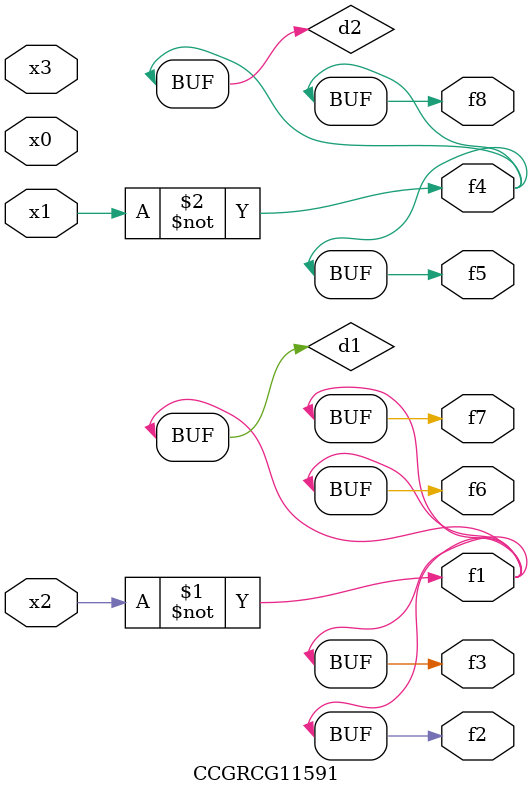
<source format=v>
module CCGRCG11591(
	input x0, x1, x2, x3,
	output f1, f2, f3, f4, f5, f6, f7, f8
);

	wire d1, d2;

	xnor (d1, x2);
	not (d2, x1);
	assign f1 = d1;
	assign f2 = d1;
	assign f3 = d1;
	assign f4 = d2;
	assign f5 = d2;
	assign f6 = d1;
	assign f7 = d1;
	assign f8 = d2;
endmodule

</source>
